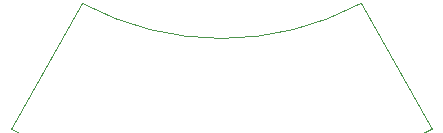
<source format=gbr>
%FSLAX46Y46*%
G04 Gerber Fmt 4.6, Leading zero omitted, Abs format (unit mm)*
G04 Created by KiCad (PCBNEW (2014-08-24 BZR 5095)-product) date Mon 25 Aug 2014 03:48:29 PM CEST*
%MOMM*%
G01*
G04 APERTURE LIST*
%ADD10C,0.100000*%
G04 APERTURE END LIST*
D10*
X161782543Y-116972545D02*
X167834988Y-127603443D01*
X138207071Y-116975964D02*
X132176547Y-127621221D01*
X138209653Y-116971567D02*
G75*
G03X161784017Y-116974963I11790347J21971567D01*
G74*
G01*
X132176145Y-127620412D02*
G75*
G03X167834698Y-127603555I17813855J32630412D01*
G74*
G01*
M02*

</source>
